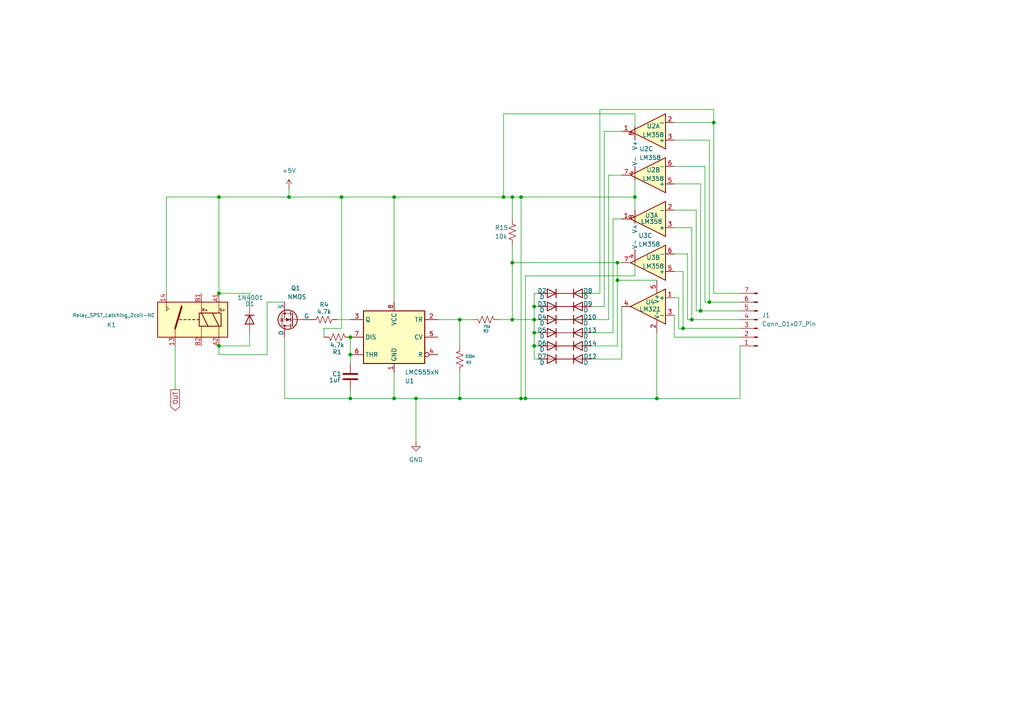
<source format=kicad_sch>
(kicad_sch (version 20250114) (generator "eeschema") (generator_version "9.0")
  (paper "A4")
  (lib_symbols
    (symbol "Amplifier_Operational:LM321" (pin_names (offset 0.127))
      (property "Reference" "U" (at 0 7.62 0))
      (property "Value" "LM321" (at 0 5.08 0))
      (symbol "LM321_0_1"
        (polyline (pts (xy -5.08 5.08) (xy 5.08 0) (xy -5.08 -5.08) (xy -5.08 5.08)) (stroke (width 0.254)) (fill (type background)))
      )
      (symbol "LM321_1_1"
        (pin input line (at -7.62 2.54 0) (length 2.54) (name "+") (number "1"))
        (pin input line (at -7.62 -2.54 0) (length 2.54) (name "-") (number "3"))
        (pin power_in line (at -2.54 7.62 270) (length 3.81) (name "V+") (number "5"))
        (pin power_in line (at -2.54 -7.62 90) (length 3.81) (name "V-") (number "2"))
        (pin output line (at 7.62 0 180) (length 2.54) (name "~") (number "4"))
      )
    )
    (symbol "Amplifier_Operational:LM358" (pin_names (offset 0.127))
      (property "Reference" "U" (at 0 5.08 0))
      (property "Value" "LM358" (at 0 -5.08 0))
      (symbol "LM358_1_1"
        (polyline (pts (xy -5.08 5.08) (xy 5.08 0) (xy -5.08 -5.08) (xy -5.08 5.08)) (stroke (width 0.254)) (fill (type background)))
        (pin input line (at -7.62 2.54 0) (length 2.54) (name "+") (number "3"))
        (pin input line (at -7.62 -2.54 0) (length 2.54) (name "-") (number "2"))
        (pin output line (at 7.62 0 180) (length 2.54) (name "~") (number "1"))
      )
      (symbol "LM358_2_1"
        (polyline (pts (xy -5.08 5.08) (xy 5.08 0) (xy -5.08 -5.08) (xy -5.08 5.08)) (stroke (width 0.254)) (fill (type background)))
        (pin input line (at -7.62 2.54 0) (length 2.54) (name "+") (number "5"))
        (pin input line (at -7.62 -2.54 0) (length 2.54) (name "-") (number "6"))
        (pin output line (at 7.62 0 180) (length 2.54) (name "~") (number "7"))
      )
      (symbol "LM358_3_1"
        (pin power_in line (at -2.54 7.62 270) (length 3.81) (name "V+") (number "8"))
        (pin power_in line (at -2.54 -7.62 90) (length 3.81) (name "V-") (number "4"))
      )
    )
    (symbol "Connector:Conn_01x07_Pin" (pin_names (offset 1.016) (hide yes))
      (property "Reference" "J" (at 0 10.16 0))
      (property "Value" "Conn_01x07_Pin" (at 0 -10.16 0))
      (symbol "Conn_01x07_Pin_1_1"
        (rectangle (start 0.8636 7.747) (end 0 7.493) (stroke (width 0.1524)) (fill (type outline)))
        (rectangle (start 0.8636 5.207) (end 0 4.953) (stroke (width 0.1524)) (fill (type outline)))
        (rectangle (start 0.8636 2.667) (end 0 2.413) (stroke (width 0.1524)) (fill (type outline)))
        (rectangle (start 0.8636 0.127) (end 0 -0.127) (stroke (width 0.1524)) (fill (type outline)))
        (rectangle (start 0.8636 -2.413) (end 0 -2.667) (stroke (width 0.1524)) (fill (type outline)))
        (rectangle (start 0.8636 -4.953) (end 0 -5.207) (stroke (width 0.1524)) (fill (type outline)))
        (rectangle (start 0.8636 -7.493) (end 0 -7.747) (stroke (width 0.1524)) (fill (type outline)))
        (polyline (pts (xy 1.27 7.62) (xy 0.8636 7.62)) (stroke (width 0.1524)))
        (polyline (pts (xy 1.27 5.08) (xy 0.8636 5.08)) (stroke (width 0.1524)))
        (polyline (pts (xy 1.27 2.54) (xy 0.8636 2.54)) (stroke (width 0.1524)))
        (polyline (pts (xy 1.27 0) (xy 0.8636 0)) (stroke (width 0.1524)))
        (polyline (pts (xy 1.27 -2.54) (xy 0.8636 -2.54)) (stroke (width 0.1524)))
        (polyline (pts (xy 1.27 -5.08) (xy 0.8636 -5.08)) (stroke (width 0.1524)))
        (polyline (pts (xy 1.27 -7.62) (xy 0.8636 -7.62)) (stroke (width 0.1524)))
        (pin passive line (at 5.08 7.62 180) (length 3.81) (name "Pin_1") (number "1"))
        (pin passive line (at 5.08 5.08 180) (length 3.81) (name "Pin_2") (number "2"))
        (pin passive line (at 5.08 2.54 180) (length 3.81) (name "Pin_3") (number "3"))
        (pin passive line (at 5.08 0 180) (length 3.81) (name "Pin_4") (number "4"))
        (pin passive line (at 5.08 -2.54 180) (length 3.81) (name "Pin_5") (number "5"))
        (pin passive line (at 5.08 -5.08 180) (length 3.81) (name "Pin_6") (number "6"))
        (pin passive line (at 5.08 -7.62 180) (length 3.81) (name "Pin_7") (number "7"))
      )
    )
    (symbol "Device:C" (pin_numbers (hide yes)) (pin_names (offset 0.254))
      (property "Reference" "C" (at 0.635 2.54 0))
      (property "Value" "C" (at 0.635 -2.54 0))
      (symbol "C_0_1"
        (polyline (pts (xy -2.032 0.762) (xy 2.032 0.762)) (stroke (width 0.508)))
        (polyline (pts (xy -2.032 -0.762) (xy 2.032 -0.762)) (stroke (width 0.508)))
      )
      (symbol "C_1_1"
        (pin passive line (at 0 3.81 270) (length 2.794) (name "~") (number "1"))
        (pin passive line (at 0 -3.81 90) (length 2.794) (name "~") (number "2"))
      )
    )
    (symbol "Device:D" (pin_numbers (hide yes)) (pin_names (offset 1.016) (hide yes))
      (property "Reference" "D" (at 0 2.54 0))
      (property "Value" "D" (at 0 -2.54 0))
      (symbol "D_0_1"
        (polyline (pts (xy -1.27 1.27) (xy -1.27 -1.27)) (stroke (width 0.254)))
        (polyline (pts (xy 1.27 1.27) (xy 1.27 -1.27) (xy -1.27 0) (xy 1.27 1.27)) (stroke (width 0.254)))
        (polyline (pts (xy 1.27 0) (xy -1.27 0)))
      )
      (symbol "D_1_1"
        (pin passive line (at -3.81 0 0) (length 2.54) (name "K") (number "1"))
        (pin passive line (at 3.81 0 180) (length 2.54) (name "A") (number "2"))
      )
    )
    (symbol "Device:R_US" (pin_numbers (hide yes)) (pin_names (offset 0))
      (property "Reference" "R" (at 2.54 0 90))
      (property "Value" "R_US" (at -2.54 0 90))
      (symbol "R_US_0_1"
        (polyline (pts (xy 0 2.286) (xy 0 2.54)))
        (polyline (pts (xy 0 2.286) (xy 1.016 1.905) (xy 0 1.524) (xy -1.016 1.143) (xy 0 0.762)))
        (polyline (pts (xy 0 0.762) (xy 1.016 0.381) (xy 0 0) (xy -1.016 -0.381) (xy 0 -0.762)))
        (polyline (pts (xy 0 -0.762) (xy 1.016 -1.143) (xy 0 -1.524) (xy -1.016 -1.905) (xy 0 -2.286)))
        (polyline (pts (xy 0 -2.286) (xy 0 -2.54)))
      )
      (symbol "R_US_1_1"
        (pin passive line (at 0 3.81 270) (length 1.27) (name "~") (number "1"))
        (pin passive line (at 0 -3.81 90) (length 1.27) (name "~") (number "2"))
      )
    )
    (symbol "Diode:1N4001" (pin_numbers (hide yes)) (pin_names (hide yes))
      (property "Reference" "D" (at 0 2.54 0))
      (property "Value" "1N4001" (at 0 -2.54 0))
      (symbol "1N4001_0_1"
        (polyline (pts (xy -1.27 1.27) (xy -1.27 -1.27)) (stroke (width 0.254)))
        (polyline (pts (xy 1.27 1.27) (xy 1.27 -1.27) (xy -1.27 0) (xy 1.27 1.27)) (stroke (width 0.254)))
        (polyline (pts (xy 1.27 0) (xy -1.27 0)))
      )
      (symbol "1N4001_1_1"
        (pin passive line (at -3.81 0 0) (length 2.54) (name "K") (number "1"))
        (pin passive line (at 3.81 0 180) (length 2.54) (name "A") (number "2"))
      )
    )
    (symbol "Relay:Relay_SPST_Latching_2coil"
      (property "Reference" "K" (at 12.065 3.81 0))
      (property "Value" "Relay_SPST_Latching_2coil" (at 11.43 1.27 0))
      (symbol "Relay_SPST_Latching_2coil_0_1"
        (polyline (pts (xy -7.62 5.08) (xy -7.62 1.905)))
        (polyline (pts (xy -7.62 -5.08) (xy -7.62 -1.905)))
        (polyline (pts (xy -2.54 5.08) (xy -2.54 1.905)))
        (polyline (pts (xy -2.54 -5.08) (xy -2.54 -1.905)))
      )
      (symbol "Relay_SPST_Latching_2coil_1_0"
        (text "S+" (at -8.636 2.794 0) (effects (font (size 0.762 0.762))))
        (text "R+" (at -3.556 2.794 0) (effects (font (size 0.762 0.762))))
      )
      (symbol "Relay_SPST_Latching_2coil_1_1"
        (rectangle (start -10.16 5.08) (end 10.16 -5.08) (stroke (width 0.254)) (fill (type background)))
        (rectangle (start -8.255 1.905) (end -1.905 -1.905) (stroke (width 0.254)))
        (polyline (pts (xy -7.62 -1.905) (xy -5.715 1.905)) (stroke (width 0.254)))
        (polyline (pts (xy -4.445 -1.905) (xy -2.54 1.905)) (stroke (width 0.254)))
        (polyline (pts (xy -1.905 0) (xy -1.27 0)) (stroke (width 0.254)))
        (polyline (pts (xy -0.635 0) (xy 0 0)) (stroke (width 0.254)))
        (polyline (pts (xy 0.635 0) (xy 1.27 0)) (stroke (width 0.254)))
        (polyline (pts (xy 1.905 0) (xy 2.54 0)) (stroke (width 0.254)))
        (polyline (pts (xy 3.175 0) (xy 3.81 0)) (stroke (width 0.254)))
        (polyline (pts (xy 5.08 -2.54) (xy 3.175 3.81)) (stroke (width 0.508)))
        (polyline (pts (xy 5.08 -2.54) (xy 5.08 -5.08)))
        (polyline (pts (xy 7.62 3.81) (xy 7.62 5.08)))
        (polyline (pts (xy 7.62 3.81) (xy 7.62 2.54) (xy 6.985 3.175) (xy 7.62 3.81)))
        (pin passive line (at -7.62 7.62 270) (length 2.54) (name "~") (number "A1"))
        (pin passive line (at -7.62 -7.62 90) (length 2.54) (name "~") (number "A2"))
        (pin passive line (at -2.54 7.62 270) (length 2.54) (name "~") (number "B1"))
        (pin passive line (at -2.54 -7.62 90) (length 2.54) (name "~") (number "B2"))
        (pin passive line (at 5.08 -7.62 90) (length 2.54) (name "~") (number "13"))
        (pin passive line (at 7.62 7.62 270) (length 2.54) (name "~") (number "14"))
      )
    )
    (symbol "Simulation_SPICE:NMOS" (pin_numbers (hide yes)) (pin_names (offset 0))
      (property "Reference" "Q" (at 5.08 1.27 0))
      (property "Value" "NMOS" (at 5.08 -1.27 0))
      (symbol "NMOS_0_1"
        (polyline (pts (xy 0.254 1.905) (xy 0.254 -1.905)) (stroke (width 0.254)))
        (polyline (pts (xy 0.254 0) (xy -2.54 0)))
        (polyline (pts (xy 0.762 2.286) (xy 0.762 1.27)) (stroke (width 0.254)))
        (polyline (pts (xy 0.762 0.508) (xy 0.762 -0.508)) (stroke (width 0.254)))
        (polyline (pts (xy 0.762 -1.27) (xy 0.762 -2.286)) (stroke (width 0.254)))
        (polyline (pts (xy 0.762 -1.778) (xy 3.302 -1.778) (xy 3.302 1.778) (xy 0.762 1.778)))
        (polyline (pts (xy 1.016 0) (xy 2.032 0.381) (xy 2.032 -0.381) (xy 1.016 0)) (fill (type outline)))
        (circle (center 1.651 0) (radius 2.794) (stroke (width 0.254)))
        (polyline (pts (xy 2.54 2.54) (xy 2.54 1.778)))
        (circle (center 2.54 1.778) (radius 0.254) (fill (type outline)))
        (circle (center 2.54 -1.778) (radius 0.254) (fill (type outline)))
        (polyline (pts (xy 2.54 -2.54) (xy 2.54 0) (xy 0.762 0)))
        (polyline (pts (xy 2.794 0.508) (xy 2.921 0.381) (xy 3.683 0.381) (xy 3.81 0.254)))
        (polyline (pts (xy 3.302 0.381) (xy 2.921 -0.254) (xy 3.683 -0.254) (xy 3.302 0.381)))
      )
      (symbol "NMOS_1_1"
        (pin input line (at -5.08 0 0) (length 2.54) (name "G") (number "2"))
        (pin passive line (at 2.54 5.08 270) (length 2.54) (name "D") (number "1"))
        (pin passive line (at 2.54 -5.08 90) (length 2.54) (name "S") (number "3"))
      )
    )
    (symbol "Timer:LMC555xN"
      (property "Reference" "U" (at -10.16 8.89 0))
      (property "Value" "LMC555xN" (at 2.54 8.89 0))
      (symbol "LMC555xN_0_0"
        (pin power_in line (at 0 10.16 270) (length 2.54) (name "VCC") (number "8"))
        (pin power_in line (at 0 -10.16 90) (length 2.54) (name "GND") (number "1"))
      )
      (symbol "LMC555xN_0_1"
        (rectangle (start -8.89 -7.62) (end 8.89 7.62) (stroke (width 0.254)) (fill (type background)))
        (rectangle (start -8.89 -7.62) (end 8.89 7.62) (stroke (width 0.254)) (fill (type background)))
      )
      (symbol "LMC555xN_1_1"
        (pin input line (at -12.7 5.08 0) (length 3.81) (name "TR") (number "2"))
        (pin input line (at -12.7 0 0) (length 3.81) (name "CV") (number "5"))
        (pin input inverted (at -12.7 -5.08 0) (length 3.81) (name "R") (number "4"))
        (pin output line (at 12.7 5.08 180) (length 3.81) (name "Q") (number "3"))
        (pin input line (at 12.7 0 180) (length 3.81) (name "DIS") (number "7"))
        (pin input line (at 12.7 -5.08 180) (length 3.81) (name "THR") (number "6"))
      )
    )
    (symbol "power:+5V" (power) (pin_numbers (hide yes)) (pin_names (offset 0) (hide yes))
      (property "Value" "+5V" (at 0 3.556 0))
      (symbol "+5V_0_1"
        (polyline (pts (xy -0.762 1.27) (xy 0 2.54)))
        (polyline (pts (xy 0 2.54) (xy 0.762 1.27)))
        (polyline (pts (xy 0 0) (xy 0 2.54)))
      )
      (symbol "+5V_1_1"
        (pin power_in line (at 0 0 90) (length 0) (name "~") (number "1"))
      )
    )
    (symbol "power:GND" (power) (pin_numbers (hide yes)) (pin_names (offset 0) (hide yes))
      (property "Value" "GND" (at 0 -3.81 0))
      (symbol "GND_0_1"
        (polyline (pts (xy 0 0) (xy 0 -1.27) (xy 1.27 -1.27) (xy 0 -2.54) (xy -1.27 -1.27) (xy 0 -1.27)))
      )
      (symbol "GND_1_1"
        (pin power_in line (at 0 0 270) (length 0) (name "~") (number "1"))
      )
    )
  )
  (junction (at 148.59 92.71))
  (junction (at 146.05 57.15))
  (junction (at 151.13 57.15))
  (junction (at 205.74 87.63))
  (junction (at 133.35 115.57))
  (junction (at 63.5 85.09))
  (junction (at 120.65 115.57))
  (junction (at 179.07 76.2))
  (junction (at 179.07 81.28))
  (junction (at 148.59 76.2))
  (junction (at 152.4 115.57))
  (junction (at 63.5 100.33))
  (junction (at 101.6 102.87))
  (junction (at 154.94 96.52))
  (junction (at 203.2 90.17))
  (junction (at 63.5 57.15))
  (junction (at 154.94 92.71))
  (junction (at 101.6 115.57))
  (junction (at 114.3 115.57))
  (junction (at 198.12 95.25))
  (junction (at 207.01 35.56))
  (junction (at 151.13 115.57))
  (junction (at 133.35 92.71))
  (junction (at 148.59 57.15))
  (junction (at 83.82 57.15))
  (junction (at 101.6 97.79))
  (junction (at 184.15 57.15))
  (junction (at 190.5 115.57))
  (junction (at 114.3 57.15))
  (junction (at 154.94 100.33))
  (junction (at 154.94 88.9))
  (junction (at 200.66 92.71))
  (junction (at 99.06 57.15))
  (wire (pts (xy 184.15 76.2) (xy 184.15 80.01)))
  (wire (pts (xy 63.5 102.87) (xy 63.5 100.33)))
  (wire (pts (xy 179.07 81.28) (xy 179.07 100.33)))
  (wire (pts (xy 200.66 92.71) (xy 214.63 92.71)))
  (wire (pts (xy 99.06 57.15) (xy 99.06 95.25)))
  (wire (pts (xy 203.2 53.34) (xy 195.58 53.34)))
  (wire (pts (xy 154.94 96.52) (xy 154.94 100.33)))
  (wire (pts (xy 205.74 87.63) (xy 205.74 40.64)))
  (wire (pts (xy 133.35 115.57) (xy 133.35 107.95)))
  (wire (pts (xy 195.58 60.96) (xy 201.93 60.96)))
  (wire (pts (xy 148.59 76.2) (xy 179.07 76.2)))
  (wire (pts (xy 93.98 97.79) (xy 93.98 95.25)))
  (wire (pts (xy 151.13 57.15) (xy 184.15 57.15)))
  (wire (pts (xy 195.58 35.56) (xy 207.01 35.56)))
  (wire (pts (xy 204.47 87.63) (xy 204.47 48.26)))
  (wire (pts (xy 207.01 85.09) (xy 207.01 35.56)))
  (wire (pts (xy 93.98 95.25) (xy 99.06 95.25)))
  (wire (pts (xy 195.58 97.79) (xy 214.63 97.79)))
  (wire (pts (xy 148.59 76.2) (xy 148.59 92.71)))
  (wire (pts (xy 173.99 85.09) (xy 171.45 85.09)))
  (wire (pts (xy 184.15 33.02) (xy 184.15 36.83)))
  (wire (pts (xy 154.94 88.9) (xy 156.21 88.9)))
  (wire (pts (xy 198.12 78.74) (xy 195.58 78.74)))
  (wire (pts (xy 146.05 33.02) (xy 146.05 57.15)))
  (wire (pts (xy 184.15 57.15) (xy 184.15 60.96)))
  (wire (pts (xy 177.8 63.5) (xy 177.8 96.52)))
  (wire (pts (xy 154.94 100.33) (xy 154.94 104.14)))
  (wire (pts (xy 48.26 57.15) (xy 63.5 57.15)))
  (wire (pts (xy 97.79 92.71) (xy 101.6 92.71)))
  (wire (pts (xy 154.94 96.52) (xy 156.21 96.52)))
  (wire (pts (xy 114.3 115.57) (xy 120.65 115.57)))
  (wire (pts (xy 207.01 31.75) (xy 173.99 31.75)))
  (wire (pts (xy 120.65 115.57) (xy 133.35 115.57)))
  (wire (pts (xy 101.6 105.41) (xy 101.6 102.87)))
  (wire (pts (xy 114.3 115.57) (xy 114.3 107.95)))
  (wire (pts (xy 63.5 57.15) (xy 83.82 57.15)))
  (wire (pts (xy 63.5 57.15) (xy 63.5 85.09)))
  (wire (pts (xy 63.5 100.33) (xy 72.39 100.33)))
  (wire (pts (xy 180.34 38.1) (xy 175.26 38.1)))
  (wire (pts (xy 120.65 128.27) (xy 120.65 115.57)))
  (wire (pts (xy 154.94 88.9) (xy 154.94 92.71)))
  (wire (pts (xy 146.05 33.02) (xy 184.15 33.02)))
  (wire (pts (xy 205.74 87.63) (xy 204.47 87.63)))
  (wire (pts (xy 171.45 100.33) (xy 179.07 100.33)))
  (wire (pts (xy 82.55 115.57) (xy 101.6 115.57)))
  (wire (pts (xy 133.35 115.57) (xy 151.13 115.57)))
  (wire (pts (xy 180.34 50.8) (xy 176.53 50.8)))
  (wire (pts (xy 203.2 90.17) (xy 214.63 90.17)))
  (wire (pts (xy 154.94 92.71) (xy 156.21 92.71)))
  (wire (pts (xy 156.21 85.09) (xy 154.94 85.09)))
  (wire (pts (xy 200.66 92.71) (xy 199.39 92.71)))
  (wire (pts (xy 180.34 76.2) (xy 179.07 76.2)))
  (wire (pts (xy 175.26 88.9) (xy 171.45 88.9)))
  (wire (pts (xy 201.93 60.96) (xy 201.93 90.17)))
  (wire (pts (xy 148.59 92.71) (xy 154.94 92.71)))
  (wire (pts (xy 198.12 95.25) (xy 196.85 95.25)))
  (wire (pts (xy 146.05 57.15) (xy 148.59 57.15)))
  (wire (pts (xy 114.3 57.15) (xy 114.3 87.63)))
  (wire (pts (xy 101.6 115.57) (xy 101.6 113.03)))
  (wire (pts (xy 101.6 102.87) (xy 101.6 97.79)))
  (wire (pts (xy 133.35 92.71) (xy 137.16 92.71)))
  (wire (pts (xy 173.99 31.75) (xy 173.99 85.09)))
  (wire (pts (xy 184.15 52.07) (xy 184.15 57.15)))
  (wire (pts (xy 200.66 66.04) (xy 195.58 66.04)))
  (wire (pts (xy 171.45 104.14) (xy 180.34 104.14)))
  (wire (pts (xy 152.4 115.57) (xy 190.5 115.57)))
  (wire (pts (xy 83.82 57.15) (xy 99.06 57.15)))
  (wire (pts (xy 180.34 88.9) (xy 180.34 104.14)))
  (wire (pts (xy 99.06 57.15) (xy 114.3 57.15)))
  (wire (pts (xy 198.12 95.25) (xy 198.12 78.74)))
  (wire (pts (xy 204.47 48.26) (xy 195.58 48.26)))
  (wire (pts (xy 180.34 63.5) (xy 177.8 63.5)))
  (wire (pts (xy 72.39 100.33) (xy 72.39 96.52)))
  (wire (pts (xy 199.39 92.71) (xy 199.39 73.66)))
  (wire (pts (xy 152.4 80.01) (xy 152.4 115.57)))
  (wire (pts (xy 72.39 85.09) (xy 72.39 88.9)))
  (wire (pts (xy 184.15 80.01) (xy 152.4 80.01)))
  (wire (pts (xy 114.3 57.15) (xy 146.05 57.15)))
  (wire (pts (xy 196.85 86.36) (xy 196.85 95.25)))
  (wire (pts (xy 190.5 81.28) (xy 179.07 81.28)))
  (wire (pts (xy 176.53 50.8) (xy 176.53 92.71)))
  (wire (pts (xy 83.82 54.61) (xy 83.82 57.15)))
  (wire (pts (xy 179.07 81.28) (xy 179.07 76.2)))
  (wire (pts (xy 214.63 100.33) (xy 214.63 115.57)))
  (wire (pts (xy 203.2 90.17) (xy 203.2 53.34)))
  (wire (pts (xy 190.5 115.57) (xy 214.63 115.57)))
  (wire (pts (xy 63.5 85.09) (xy 72.39 85.09)))
  (wire (pts (xy 154.94 100.33) (xy 156.21 100.33)))
  (wire (pts (xy 148.59 57.15) (xy 151.13 57.15)))
  (wire (pts (xy 77.47 102.87) (xy 77.47 87.63)))
  (wire (pts (xy 198.12 95.25) (xy 214.63 95.25)))
  (wire (pts (xy 127 92.71) (xy 133.35 92.71)))
  (wire (pts (xy 196.85 86.36) (xy 195.58 86.36)))
  (wire (pts (xy 200.66 92.71) (xy 200.66 66.04)))
  (wire (pts (xy 199.39 73.66) (xy 195.58 73.66)))
  (wire (pts (xy 177.8 96.52) (xy 171.45 96.52)))
  (wire (pts (xy 148.59 76.2) (xy 148.59 71.12)))
  (wire (pts (xy 175.26 38.1) (xy 175.26 88.9)))
  (wire (pts (xy 151.13 115.57) (xy 152.4 115.57)))
  (wire (pts (xy 154.94 104.14) (xy 156.21 104.14)))
  (wire (pts (xy 148.59 57.15) (xy 148.59 63.5)))
  (wire (pts (xy 154.94 92.71) (xy 154.94 96.52)))
  (wire (pts (xy 207.01 85.09) (xy 214.63 85.09)))
  (wire (pts (xy 82.55 115.57) (xy 82.55 97.79)))
  (wire (pts (xy 63.5 102.87) (xy 77.47 102.87)))
  (wire (pts (xy 190.5 96.52) (xy 190.5 115.57)))
  (wire (pts (xy 201.93 90.17) (xy 203.2 90.17)))
  (wire (pts (xy 176.53 92.71) (xy 171.45 92.71)))
  (wire (pts (xy 50.8 100.33) (xy 50.8 113.03)))
  (wire (pts (xy 207.01 35.56) (xy 207.01 31.75)))
  (wire (pts (xy 77.47 87.63) (xy 82.55 87.63)))
  (wire (pts (xy 133.35 100.33) (xy 133.35 92.71)))
  (wire (pts (xy 205.74 40.64) (xy 195.58 40.64)))
  (wire (pts (xy 48.26 57.15) (xy 48.26 85.09)))
  (wire (pts (xy 101.6 115.57) (xy 114.3 115.57)))
  (wire (pts (xy 154.94 85.09) (xy 154.94 88.9)))
  (wire (pts (xy 205.74 87.63) (xy 214.63 87.63)))
  (wire (pts (xy 151.13 57.15) (xy 151.13 115.57)))
  (wire (pts (xy 195.58 91.44) (xy 195.58 97.79)))
  (wire (pts (xy 144.78 92.71) (xy 148.59 92.71)))
  (global_label "OUT" (shape output) (at 50.8 113.03 270) (property "Intersheetrefs" "${INTERSHEET_REFS}" (effects (hide yes))))
  (symbol (lib_id "Diode:1N4001") (at 72.39 92.71 90) (mirror x) (unit 1)
    (property "Reference" "D1" (at 71.12 88.138 90) (effects (justify right)))
    (property "Value" "1N4001" (at 68.834 86.36 90) (effects (justify right)))
    (property "Footprint" "Diode_THT:D_DO-41_SOD81_P10.16mm_Horizontal" (effects (hide yes)))
    (property "Datasheet" "http://www.vishay.com/docs/88503/1n4001.pdf" (effects (hide yes)))
    (property "Description" "50V 1A General Purpose Rectifier Diode, DO-41" (effects (hide yes)))
    (property "Sim.Device" "D" (effects (hide yes)))
    (property "Sim.Pins" "1=K 2=A" (effects (hide yes)))
  )
  (symbol (lib_id "Amplifier_Operational:LM358") (at 187.96 76.2 180) (unit 2)
    (property "Reference" "U3" (at 189.484 74.676 0))
    (property "Value" "LM358" (at 189.484 77.216 0))
    (property "Footprint" "Package_DIP:DIP-8_W7.62mm" (effects (hide yes)))
    (property "Datasheet" "http://www.ti.com/lit/ds/symlink/lm2904-n.pdf" (effects (hide yes)))
    (property "Description" "Low-Power, Dual Operational Amplifiers, DIP-8/SOIC-8/TO-99-8" (effects (hide yes)))
  )
  (symbol (lib_id "Amplifier_Operational:LM321") (at 187.96 88.9 0) (mirror y) (unit 1)
    (property "Reference" "U4" (at 187.198 87.63 0) (effects (justify right)))
    (property "Value" "LM321" (at 185.42 89.662 0) (effects (justify right)))
    (property "Footprint" "Package_TO_SOT_SMD:SOT-23-5" (effects (hide yes)))
    (property "Datasheet" "http://www.ti.com/lit/ds/symlink/lm321.pdf" (effects (hide yes)))
    (property "Description" "Low Power Single Operational Amplifier, SOT-23-5" (effects (hide yes)))
  )
  (symbol (lib_id "Device:D") (at 167.64 100.33 0) (unit 1)
    (property "Reference" "D14" (at 171.196 99.568 0))
    (property "Value" "D" (at 169.926 101.346 0))
    (property "Footprint" "Connector_PinHeader_1.00mm:PinHeader_1x02_P1.00mm_Vertical_SMD_Pin1Left" (effects (hide yes)))
    (property "Description" "Diode" (effects (hide yes)))
    (property "Sim.Device" "D" (effects (hide yes)))
    (property "Sim.Pins" "1=K 2=A" (effects (hide yes)))
  )
  (symbol (lib_id "Amplifier_Operational:LM358") (at 187.96 50.8 180) (unit 2)
    (property "Reference" "U2" (at 189.484 49.276 0))
    (property "Value" "LM358" (at 189.484 51.816 0))
    (property "Footprint" "Package_DIP:DIP-8_W7.62mm" (effects (hide yes)))
    (property "Datasheet" "http://www.ti.com/lit/ds/symlink/lm2904-n.pdf" (effects (hide yes)))
    (property "Description" "Low-Power, Dual Operational Amplifiers, DIP-8/SOIC-8/TO-99-8" (effects (hide yes)))
  )
  (symbol (lib_id "Connector:Conn_01x07_Pin") (at 219.71 92.71 180) (unit 1)
    (property "Reference" "J1" (at 220.98 91.4399 0) (effects (justify right)))
    (property "Value" "Conn_01x07_Pin" (at 220.98 93.9799 0) (effects (justify right)))
    (property "Footprint" "Connector_JST:JST_XH_B7B-XH-AM_1x07_P2.50mm_Vertical" (effects (hide yes)))
    (property "Description" "Generic connector, single row, 01x07, script generated" (effects (hide yes)))
  )
  (symbol (lib_id "Device:R_US") (at 97.79 97.79 90) (mirror x) (unit 1)
    (property "Reference" "R1" (at 97.79 102.108 90))
    (property "Value" "4.7k" (at 97.79 100.076 90))
    (property "Footprint" "Resistor_SMD:R_0805_2012Metric" (effects (hide yes)))
    (property "Description" "Resistor, US symbol" (effects (hide yes)))
  )
  (symbol (lib_id "Device:D") (at 167.64 85.09 0) (unit 1)
    (property "Reference" "D8" (at 169.164 84.328 0) (effects (justify left)))
    (property "Value" "D" (at 169.164 86.106 0) (effects (justify left)))
    (property "Footprint" "Diode_SMD:D_0805_2012Metric" (effects (hide yes)))
    (property "Description" "Diode" (effects (hide yes)))
    (property "Sim.Device" "D" (effects (hide yes)))
    (property "Sim.Pins" "1=K 2=A" (effects (hide yes)))
  )
  (symbol (lib_id "Device:D") (at 160.02 85.09 0) (mirror y) (unit 1)
    (property "Reference" "D2" (at 157.226 84.328 0))
    (property "Value" "D" (at 157.226 86.106 0))
    (property "Footprint" "Diode_SMD:D_0805_2012Metric" (effects (hide yes)))
    (property "Description" "Diode" (effects (hide yes)))
    (property "Sim.Device" "D" (effects (hide yes)))
    (property "Sim.Pins" "1=K 2=A" (effects (hide yes)))
  )
  (symbol (lib_id "Device:R_US") (at 133.35 104.14 0) (mirror x) (unit 1)
    (property "Reference" "R3" (at 135.128 105.1561 0) (effects (font (size 0.762 0.762)) (justify left)))
    (property "Value" "330k" (at 134.874 103.378 0) (effects (font (size 0.762 0.762)) (justify left)))
    (property "Footprint" "Resistor_SMD:R_0805_2012Metric" (effects (hide yes)))
    (property "Description" "Resistor, US symbol" (effects (hide yes)))
  )
  (symbol (lib_id "Device:D") (at 160.02 96.52 0) (mirror y) (unit 1)
    (property "Reference" "D5" (at 157.226 95.758 0))
    (property "Value" "D" (at 157.226 97.536 0))
    (property "Footprint" "Diode_SMD:D_0805_2012Metric" (effects (hide yes)))
    (property "Description" "Diode" (effects (hide yes)))
    (property "Sim.Device" "D" (effects (hide yes)))
    (property "Sim.Pins" "1=K 2=A" (effects (hide yes)))
  )
  (symbol (lib_id "power:GND") (at 120.65 128.27 0) (mirror y) (unit 1)
    (property "Reference" "#PWR02" (effects (hide yes)))
    (property "Value" "GND" (at 120.65 133.35 0))
    (property "Description" "Power symbol creates a global label with name \"GND\" , ground" (effects (hide yes)))
  )
  (symbol (lib_id "Device:D") (at 167.64 96.52 0) (unit 1)
    (property "Reference" "D13" (at 169.164 95.758 0) (effects (justify left)))
    (property "Value" "D" (at 169.164 97.536 0) (effects (justify left)))
    (property "Footprint" "Diode_SMD:D_0805_2012Metric" (effects (hide yes)))
    (property "Description" "Diode" (effects (hide yes)))
    (property "Sim.Device" "D" (effects (hide yes)))
    (property "Sim.Pins" "1=K 2=A" (effects (hide yes)))
  )
  (symbol (lib_id "Device:D") (at 160.02 92.71 0) (mirror y) (unit 1)
    (property "Reference" "D4" (at 157.226 91.948 0))
    (property "Value" "D" (at 157.226 93.726 0))
    (property "Footprint" "Diode_SMD:D_0805_2012Metric" (effects (hide yes)))
    (property "Description" "Diode" (effects (hide yes)))
    (property "Sim.Device" "D" (effects (hide yes)))
    (property "Sim.Pins" "1=K 2=A" (effects (hide yes)))
  )
  (symbol (lib_id "Device:C") (at 101.6 109.22 0) (mirror x) (unit 1)
    (property "Reference" "C1" (at 99.06 108.458 0) (effects (justify right)))
    (property "Value" "1uF" (at 99.06 110.236 0) (effects (justify right)))
    (property "Footprint" "Capacitor_SMD:C_0805_2012Metric" (effects (hide yes)))
    (property "Description" "Unpolarized capacitor" (effects (hide yes)))
  )
  (symbol (lib_id "Device:R_US") (at 93.98 92.71 270) (unit 1)
    (property "Reference" "R4" (at 93.98 88.392 90))
    (property "Value" "4.7k" (at 93.98 90.424 90))
    (property "Footprint" "Resistor_SMD:R_0805_2012Metric" (effects (hide yes)))
    (property "Description" "Resistor, US symbol" (effects (hide yes)))
  )
  (symbol (lib_id "Device:R_US") (at 148.59 67.31 0) (unit 1)
    (property "Reference" "R15" (at 143.51 66.04 0) (effects (justify left)))
    (property "Value" "10k" (at 143.51 68.58 0) (effects (justify left)))
    (property "Footprint" "Resistor_SMD:R_0805_2012Metric" (effects (hide yes)))
    (property "Description" "Resistor, US symbol" (effects (hide yes)))
  )
  (symbol (lib_id "Amplifier_Operational:LM358") (at 187.96 63.5 180) (unit 1)
    (property "Reference" "U3" (at 188.976 62.484 0))
    (property "Value" "LM358" (at 188.976 64.262 0))
    (property "Footprint" "Package_DIP:DIP-8_W7.62mm" (effects (hide yes)))
    (property "Datasheet" "http://www.ti.com/lit/ds/symlink/lm2904-n.pdf" (effects (hide yes)))
    (property "Description" "Low-Power, Dual Operational Amplifiers, DIP-8/SOIC-8/TO-99-8" (effects (hide yes)))
  )
  (symbol (lib_id "Relay:Relay_SPST_Latching_2coil") (at 55.88 92.71 0) (mirror y) (unit 1)
    (property "Reference" "K1" (at 30.988 94.234 0) (effects (justify right)))
    (property "Value" "Relay_SPST_Latching_2coil-NC" (at 21.082 91.44 0) (effects (font (size 1.016 1.016)) (justify right)))
    (property "Description" "Relay SPST, bistable, double-coil, EN50005" (effects (hide yes)))
  )
  (symbol (lib_id "Device:D") (at 160.02 104.14 0) (mirror y) (unit 1)
    (property "Reference" "D7" (at 157.226 103.378 0))
    (property "Value" "D" (at 157.226 105.156 0))
    (property "Footprint" "Diode_SMD:D_0805_2012Metric" (effects (hide yes)))
    (property "Description" "Diode" (effects (hide yes)))
    (property "Sim.Device" "D" (effects (hide yes)))
    (property "Sim.Pins" "1=K 2=A" (effects (hide yes)))
  )
  (symbol (lib_id "Device:D") (at 167.64 92.71 0) (unit 1)
    (property "Reference" "D10" (at 169.164 91.948 0) (effects (justify left)))
    (property "Value" "D" (at 169.164 93.726 0) (effects (justify left)))
    (property "Footprint" "Diode_SMD:D_0805_2012Metric" (effects (hide yes)))
    (property "Description" "Diode" (effects (hide yes)))
    (property "Sim.Device" "D" (effects (hide yes)))
    (property "Sim.Pins" "1=K 2=A" (effects (hide yes)))
  )
  (symbol (lib_id "Device:D") (at 167.64 104.14 0) (unit 1)
    (property "Reference" "D12" (at 171.196 103.378 0))
    (property "Value" "D" (at 169.926 105.156 0))
    (property "Footprint" "Diode_SMD:D_0805_2012Metric" (effects (hide yes)))
    (property "Description" "Diode" (effects (hide yes)))
    (property "Sim.Device" "D" (effects (hide yes)))
    (property "Sim.Pins" "1=K 2=A" (effects (hide yes)))
  )
  (symbol (lib_id "Device:D") (at 160.02 88.9 0) (mirror y) (unit 1)
    (property "Reference" "D3" (at 157.226 88.138 0))
    (property "Value" "D" (at 157.226 89.916 0))
    (property "Footprint" "Diode_SMD:D_0805_2012Metric" (effects (hide yes)))
    (property "Description" "Diode" (effects (hide yes)))
    (property "Sim.Device" "D" (effects (hide yes)))
    (property "Sim.Pins" "1=K 2=A" (effects (hide yes)))
  )
  (symbol (lib_id "Timer:LMC555xN") (at 114.3 97.79 0) (mirror y) (unit 1)
    (property "Reference" "U1" (at 117.4181 110.49 0) (effects (justify right)))
    (property "Value" "LMC555xN" (at 117.4181 107.95 0) (effects (justify right)))
    (property "Footprint" "Package_DIP:DIP-8_W7.62mm" (effects (hide yes)))
    (property "Datasheet" "http://www.ti.com/lit/ds/symlink/lmc555.pdf" (effects (hide yes)))
    (property "Description" "CMOS Timer, 555 compatible, PDIP-8" (effects (hide yes)))
  )
  (symbol (lib_id "power:+5V") (at 83.82 54.61 0) (mirror y) (unit 1)
    (property "Reference" "#PWR01" (effects (hide yes)))
    (property "Value" "+5V" (at 83.82 49.53 0))
    (property "Description" "Power symbol creates a global label with name \"+5V\"" (effects (hide yes)))
  )
  (symbol (lib_id "Device:D") (at 167.64 88.9 0) (unit 1)
    (property "Reference" "D9" (at 169.164 88.138 0) (effects (justify left)))
    (property "Value" "D" (at 169.164 89.916 0) (effects (justify left)))
    (property "Footprint" "Diode_SMD:D_0805_2012Metric" (effects (hide yes)))
    (property "Description" "Diode" (effects (hide yes)))
    (property "Sim.Device" "D" (effects (hide yes)))
    (property "Sim.Pins" "1=K 2=A" (effects (hide yes)))
  )
  (symbol (lib_id "Device:D") (at 160.02 100.33 0) (mirror y) (unit 1)
    (property "Reference" "D6" (at 157.226 99.568 0))
    (property "Value" "D" (at 157.226 101.346 0))
    (property "Footprint" "Diode_SMD:D_0805_2012Metric" (effects (hide yes)))
    (property "Description" "Diode" (effects (hide yes)))
    (property "Sim.Device" "D" (effects (hide yes)))
    (property "Sim.Pins" "1=K 2=A" (effects (hide yes)))
  )
  (symbol (lib_id "Amplifier_Operational:LM358") (at 186.69 68.58 0) (unit 3)
    (property "Reference" "U3" (at 185.166 68.326 0) (effects (justify left)))
    (property "Value" "LM358" (at 185.166 70.866 0) (effects (justify left)))
    (property "Footprint" "Package_DIP:DIP-8_W7.62mm" (effects (hide yes)))
    (property "Datasheet" "http://www.ti.com/lit/ds/symlink/lm2904-n.pdf" (effects (hide yes)))
    (property "Description" "Low-Power, Dual Operational Amplifiers, DIP-8/SOIC-8/TO-99-8" (effects (hide yes)))
  )
  (symbol (lib_id "Simulation_SPICE:NMOS") (at 85.09 92.71 180) (unit 1)
    (property "Reference" "Q1" (at 87.122 83.566 0) (effects (justify left)))
    (property "Value" "NMOS" (at 88.9 86.106 0) (effects (justify left)))
    (property "Footprint" "Package_TO_SOT_SMD:SOT-23" (effects (hide yes)))
    (property "Datasheet" "https://ngspice.sourceforge.io/docs/ngspice-html-manual/manual.xhtml#cha_MOSFETs" (effects (hide yes)))
    (property "Description" "N-MOSFET transistor, drain/source/gate" (effects (hide yes)))
    (property "Sim.Device" "NMOS" (effects (hide yes)))
    (property "Sim.Type" "VDMOS" (effects (hide yes)))
    (property "Sim.Pins" "1=D 2=G 3=S" (effects (hide yes)))
  )
  (symbol (lib_id "Amplifier_Operational:LM358") (at 187.96 38.1 180) (unit 1)
    (property "Reference" "U2" (at 189.484 36.576 0))
    (property "Value" "LM358" (at 189.484 39.116 0))
    (property "Footprint" "Package_DIP:DIP-8_W7.62mm" (effects (hide yes)))
    (property "Datasheet" "http://www.ti.com/lit/ds/symlink/lm2904-n.pdf" (effects (hide yes)))
    (property "Description" "Low-Power, Dual Operational Amplifiers, DIP-8/SOIC-8/TO-99-8" (effects (hide yes)))
  )
  (symbol (lib_id "Amplifier_Operational:LM358") (at 186.69 44.45 0) (unit 3)
    (property "Reference" "U2" (at 185.42 43.1799 0) (effects (justify left)))
    (property "Value" "LM358" (at 185.42 45.7199 0) (effects (justify left)))
    (property "Footprint" "Package_DIP:DIP-8_W7.62mm" (effects (hide yes)))
    (property "Datasheet" "http://www.ti.com/lit/ds/symlink/lm2904-n.pdf" (effects (hide yes)))
    (property "Description" "Low-Power, Dual Operational Amplifiers, DIP-8/SOIC-8/TO-99-8" (effects (hide yes)))
  )
  (symbol (lib_id "Device:R_US") (at 140.97 92.71 90) (mirror x) (unit 1)
    (property "Reference" "R2" (at 140.97 96.012 90) (effects (font (size 0.762 0.762))))
    (property "Value" "75k" (at 141.224 94.742 90) (effects (font (size 0.762 0.762))))
    (property "Footprint" "Resistor_SMD:R_0805_2012Metric" (effects (hide yes)))
    (property "Description" "Resistor, US symbol" (effects (hide yes)))
  )
)
</source>
